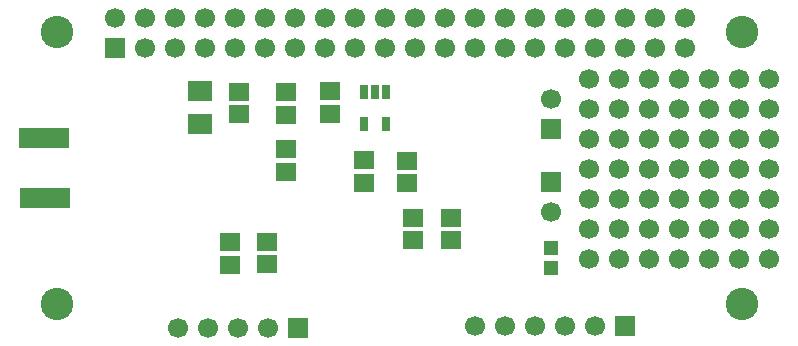
<source format=gbr>
G04 DipTrace 3.1.0.0*
G04 BottomMask.gbr*
%MOMM*%
G04 #@! TF.FileFunction,Soldermask,Bot*
G04 #@! TF.Part,Single*
%ADD40C,2.75*%
%ADD45R,0.8X1.3*%
%ADD57R,1.2X1.3*%
%ADD61C,1.7*%
%ADD63C,1.7*%
%ADD65R,1.7X1.7*%
%ADD67R,2.0X1.8*%
%ADD69R,1.7X1.5*%
%ADD73R,4.26X1.72*%
%FSLAX35Y35*%
G04*
G71*
G90*
G75*
G01*
G04 BotMask*
%LPD*%
D73*
X1246334Y2242001D3*
X1241334Y2751001D3*
D69*
X2891001Y3142667D3*
Y2952667D3*
X3288667Y3139001D3*
Y2949001D3*
X3952334Y2566334D3*
Y2376334D3*
X4312001Y2560334D3*
Y2370334D3*
X2811667Y1679334D3*
Y1869334D3*
X3287334Y2657334D3*
Y2467334D3*
D67*
X2560001Y3150001D3*
Y2870001D3*
D40*
X1349667Y1349001D3*
Y3649334D3*
X7150001D3*
X7149667Y1348667D3*
D65*
X1843667Y3517001D3*
D63*
Y3771001D3*
X2097667Y3517001D3*
Y3771001D3*
X2351667Y3517001D3*
Y3771001D3*
X2605667Y3517001D3*
Y3771001D3*
X2859667Y3517001D3*
Y3771001D3*
X3113667Y3517001D3*
Y3771001D3*
X3367667Y3517001D3*
Y3771001D3*
X3621667Y3517001D3*
Y3771001D3*
X3875667Y3517001D3*
Y3771001D3*
X4129667Y3517001D3*
Y3771001D3*
X4383667Y3517001D3*
Y3771001D3*
X4637667Y3517001D3*
Y3771001D3*
X4891667Y3517001D3*
Y3771001D3*
X5145667Y3517001D3*
Y3771001D3*
X5399667Y3517001D3*
Y3771001D3*
X5653667Y3517001D3*
Y3771001D3*
X5907667Y3517001D3*
Y3771001D3*
X6161667Y3517001D3*
Y3771001D3*
X6415667Y3517001D3*
Y3771001D3*
X6669667Y3517001D3*
Y3771001D3*
D65*
X6160001Y1160001D3*
D63*
X5906001D3*
X5652001D3*
X5398001D3*
X5144001D3*
X4890001D3*
D65*
X5530001Y2380001D3*
D63*
Y2126001D3*
D65*
Y2830001D3*
D63*
Y3084001D3*
D61*
X5852001Y3002001D3*
X6106001D3*
X6360001D3*
X6614001D3*
X6868001D3*
X7122001D3*
X7376001D3*
X5852001Y2748001D3*
X6106001D3*
X6360001D3*
X6614001D3*
X6868001D3*
X7122001D3*
X7376001D3*
Y2494001D3*
X7122001D3*
X6868001D3*
X6614001D3*
X6360001D3*
X6106001D3*
X5852001D3*
Y2240001D3*
X6106001D3*
X6360001D3*
X6614001D3*
X6868001D3*
X7122001D3*
X7376001D3*
Y1986001D3*
X7122001D3*
X6868001D3*
X6614001D3*
X6360001D3*
X6106001D3*
X5852001D3*
Y1732001D3*
X6106001D3*
X6360001D3*
X6614001D3*
X6868001D3*
X7122001D3*
X7376001D3*
X5852001Y3256001D3*
X6106001D3*
X6360001D3*
X6614001D3*
X6868001D3*
X7122001D3*
X7376001D3*
D65*
X3386334Y1147001D3*
D63*
X3132334D3*
X2878334D3*
X2624334D3*
X2370334D3*
D69*
X3659001Y3148667D3*
Y2958667D3*
X4364001Y1890001D3*
Y2080001D3*
X4688667Y1890001D3*
Y2080001D3*
D57*
X5530001Y1820001D3*
Y1650001D3*
D69*
X3129334Y1683667D3*
Y1873667D3*
D45*
X3949001Y3143001D3*
X4044001D3*
X4139001D3*
Y2873001D3*
X3949001D3*
M02*

</source>
